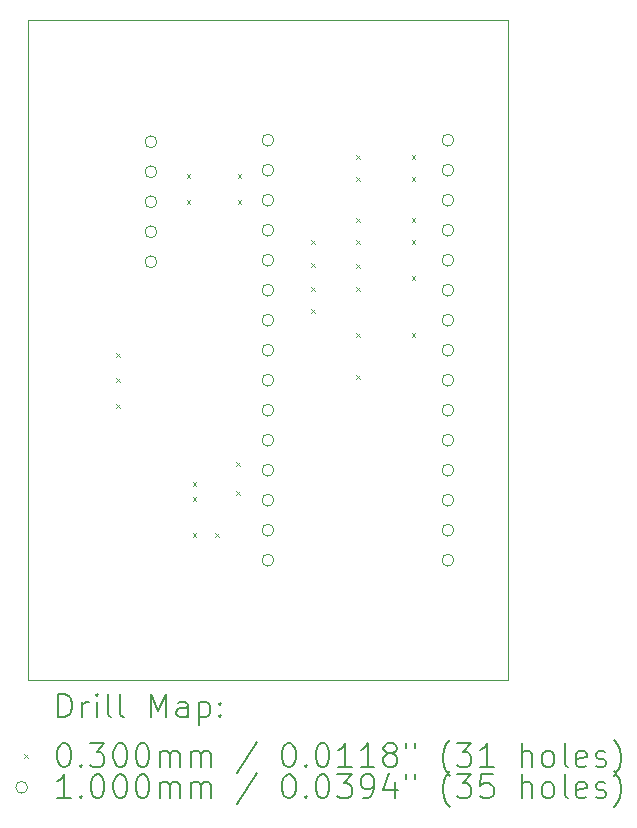
<source format=gbr>
%TF.GenerationSoftware,KiCad,Pcbnew,7.0.11+dfsg-1build4*%
%TF.CreationDate,2024-05-09T18:47:19+10:00*%
%TF.ProjectId,NoBootLoadFlasher,4e6f426f-6f74-44c6-9f61-64466c617368,rev?*%
%TF.SameCoordinates,Original*%
%TF.FileFunction,Drillmap*%
%TF.FilePolarity,Positive*%
%FSLAX45Y45*%
G04 Gerber Fmt 4.5, Leading zero omitted, Abs format (unit mm)*
G04 Created by KiCad (PCBNEW 7.0.11+dfsg-1build4) date 2024-05-09 18:47:19*
%MOMM*%
%LPD*%
G01*
G04 APERTURE LIST*
%ADD10C,0.050000*%
%ADD11C,0.200000*%
%ADD12C,0.100000*%
G04 APERTURE END LIST*
D10*
X7620000Y-7112000D02*
X11176000Y-7112000D01*
X7112000Y-12700000D02*
X7112000Y-7112000D01*
X7112000Y-7112000D02*
X7620000Y-7112000D01*
X11176000Y-7112000D02*
X11176000Y-12700000D01*
X11176000Y-12700000D02*
X7112000Y-12700000D01*
D11*
D12*
X7859000Y-9929100D02*
X7889000Y-9959100D01*
X7889000Y-9929100D02*
X7859000Y-9959100D01*
X7859000Y-10145000D02*
X7889000Y-10175000D01*
X7889000Y-10145000D02*
X7859000Y-10175000D01*
X7859000Y-10360900D02*
X7889000Y-10390900D01*
X7889000Y-10360900D02*
X7859000Y-10390900D01*
X8455900Y-8417800D02*
X8485900Y-8447800D01*
X8485900Y-8417800D02*
X8455900Y-8447800D01*
X8455900Y-8633700D02*
X8485900Y-8663700D01*
X8485900Y-8633700D02*
X8455900Y-8663700D01*
X8506700Y-11021300D02*
X8536700Y-11051300D01*
X8536700Y-11021300D02*
X8506700Y-11051300D01*
X8506700Y-11148300D02*
X8536700Y-11178300D01*
X8536700Y-11148300D02*
X8506700Y-11178300D01*
X8506700Y-11453100D02*
X8536700Y-11483100D01*
X8536700Y-11453100D02*
X8506700Y-11483100D01*
X8697200Y-11453100D02*
X8727200Y-11483100D01*
X8727200Y-11453100D02*
X8697200Y-11483100D01*
X8875000Y-10856200D02*
X8905000Y-10886200D01*
X8905000Y-10856200D02*
X8875000Y-10886200D01*
X8875000Y-11097500D02*
X8905000Y-11127500D01*
X8905000Y-11097500D02*
X8875000Y-11127500D01*
X8887700Y-8417800D02*
X8917700Y-8447800D01*
X8917700Y-8417800D02*
X8887700Y-8447800D01*
X8887700Y-8633700D02*
X8917700Y-8663700D01*
X8917700Y-8633700D02*
X8887700Y-8663700D01*
X9510000Y-8976600D02*
X9540000Y-9006600D01*
X9540000Y-8976600D02*
X9510000Y-9006600D01*
X9510000Y-9167100D02*
X9540000Y-9197100D01*
X9540000Y-9167100D02*
X9510000Y-9197100D01*
X9510000Y-9370300D02*
X9540000Y-9400300D01*
X9540000Y-9370300D02*
X9510000Y-9400300D01*
X9510000Y-9560800D02*
X9540000Y-9590800D01*
X9540000Y-9560800D02*
X9510000Y-9590800D01*
X9891000Y-8252700D02*
X9921000Y-8282700D01*
X9921000Y-8252700D02*
X9891000Y-8282700D01*
X9891000Y-8443200D02*
X9921000Y-8473200D01*
X9921000Y-8443200D02*
X9891000Y-8473200D01*
X9891000Y-8786100D02*
X9921000Y-8816100D01*
X9921000Y-8786100D02*
X9891000Y-8816100D01*
X9891000Y-8976600D02*
X9921000Y-9006600D01*
X9921000Y-8976600D02*
X9891000Y-9006600D01*
X9891000Y-9179800D02*
X9921000Y-9209800D01*
X9921000Y-9179800D02*
X9891000Y-9209800D01*
X9891000Y-9370300D02*
X9921000Y-9400300D01*
X9921000Y-9370300D02*
X9891000Y-9400300D01*
X9891000Y-10119600D02*
X9921000Y-10149600D01*
X9921000Y-10119600D02*
X9891000Y-10149600D01*
X9892000Y-9764000D02*
X9922000Y-9794000D01*
X9922000Y-9764000D02*
X9892000Y-9794000D01*
X10360900Y-8252700D02*
X10390900Y-8282700D01*
X10390900Y-8252700D02*
X10360900Y-8282700D01*
X10360900Y-8443200D02*
X10390900Y-8473200D01*
X10390900Y-8443200D02*
X10360900Y-8473200D01*
X10360900Y-8786100D02*
X10390900Y-8816100D01*
X10390900Y-8786100D02*
X10360900Y-8816100D01*
X10360900Y-8976600D02*
X10390900Y-9006600D01*
X10390900Y-8976600D02*
X10360900Y-9006600D01*
X10360900Y-9281400D02*
X10390900Y-9311400D01*
X10390900Y-9281400D02*
X10360900Y-9311400D01*
X10360900Y-9764000D02*
X10390900Y-9794000D01*
X10390900Y-9764000D02*
X10360900Y-9794000D01*
X8203400Y-8140700D02*
G75*
G03*
X8103400Y-8140700I-50000J0D01*
G01*
X8103400Y-8140700D02*
G75*
G03*
X8203400Y-8140700I50000J0D01*
G01*
X8203400Y-8394700D02*
G75*
G03*
X8103400Y-8394700I-50000J0D01*
G01*
X8103400Y-8394700D02*
G75*
G03*
X8203400Y-8394700I50000J0D01*
G01*
X8203400Y-8648700D02*
G75*
G03*
X8103400Y-8648700I-50000J0D01*
G01*
X8103400Y-8648700D02*
G75*
G03*
X8203400Y-8648700I50000J0D01*
G01*
X8203400Y-8902700D02*
G75*
G03*
X8103400Y-8902700I-50000J0D01*
G01*
X8103400Y-8902700D02*
G75*
G03*
X8203400Y-8902700I50000J0D01*
G01*
X8203400Y-9156700D02*
G75*
G03*
X8103400Y-9156700I-50000J0D01*
G01*
X8103400Y-9156700D02*
G75*
G03*
X8203400Y-9156700I50000J0D01*
G01*
X9194000Y-8128000D02*
G75*
G03*
X9094000Y-8128000I-50000J0D01*
G01*
X9094000Y-8128000D02*
G75*
G03*
X9194000Y-8128000I50000J0D01*
G01*
X9194000Y-8382000D02*
G75*
G03*
X9094000Y-8382000I-50000J0D01*
G01*
X9094000Y-8382000D02*
G75*
G03*
X9194000Y-8382000I50000J0D01*
G01*
X9194000Y-8636000D02*
G75*
G03*
X9094000Y-8636000I-50000J0D01*
G01*
X9094000Y-8636000D02*
G75*
G03*
X9194000Y-8636000I50000J0D01*
G01*
X9194000Y-8890000D02*
G75*
G03*
X9094000Y-8890000I-50000J0D01*
G01*
X9094000Y-8890000D02*
G75*
G03*
X9194000Y-8890000I50000J0D01*
G01*
X9194000Y-9144000D02*
G75*
G03*
X9094000Y-9144000I-50000J0D01*
G01*
X9094000Y-9144000D02*
G75*
G03*
X9194000Y-9144000I50000J0D01*
G01*
X9194000Y-9398000D02*
G75*
G03*
X9094000Y-9398000I-50000J0D01*
G01*
X9094000Y-9398000D02*
G75*
G03*
X9194000Y-9398000I50000J0D01*
G01*
X9194000Y-9652000D02*
G75*
G03*
X9094000Y-9652000I-50000J0D01*
G01*
X9094000Y-9652000D02*
G75*
G03*
X9194000Y-9652000I50000J0D01*
G01*
X9194000Y-9906000D02*
G75*
G03*
X9094000Y-9906000I-50000J0D01*
G01*
X9094000Y-9906000D02*
G75*
G03*
X9194000Y-9906000I50000J0D01*
G01*
X9194000Y-10160000D02*
G75*
G03*
X9094000Y-10160000I-50000J0D01*
G01*
X9094000Y-10160000D02*
G75*
G03*
X9194000Y-10160000I50000J0D01*
G01*
X9194000Y-10414000D02*
G75*
G03*
X9094000Y-10414000I-50000J0D01*
G01*
X9094000Y-10414000D02*
G75*
G03*
X9194000Y-10414000I50000J0D01*
G01*
X9194000Y-10668000D02*
G75*
G03*
X9094000Y-10668000I-50000J0D01*
G01*
X9094000Y-10668000D02*
G75*
G03*
X9194000Y-10668000I50000J0D01*
G01*
X9194000Y-10922000D02*
G75*
G03*
X9094000Y-10922000I-50000J0D01*
G01*
X9094000Y-10922000D02*
G75*
G03*
X9194000Y-10922000I50000J0D01*
G01*
X9194000Y-11176000D02*
G75*
G03*
X9094000Y-11176000I-50000J0D01*
G01*
X9094000Y-11176000D02*
G75*
G03*
X9194000Y-11176000I50000J0D01*
G01*
X9194000Y-11430000D02*
G75*
G03*
X9094000Y-11430000I-50000J0D01*
G01*
X9094000Y-11430000D02*
G75*
G03*
X9194000Y-11430000I50000J0D01*
G01*
X9194000Y-11684000D02*
G75*
G03*
X9094000Y-11684000I-50000J0D01*
G01*
X9094000Y-11684000D02*
G75*
G03*
X9194000Y-11684000I50000J0D01*
G01*
X10718000Y-8128000D02*
G75*
G03*
X10618000Y-8128000I-50000J0D01*
G01*
X10618000Y-8128000D02*
G75*
G03*
X10718000Y-8128000I50000J0D01*
G01*
X10718000Y-8382000D02*
G75*
G03*
X10618000Y-8382000I-50000J0D01*
G01*
X10618000Y-8382000D02*
G75*
G03*
X10718000Y-8382000I50000J0D01*
G01*
X10718000Y-8636000D02*
G75*
G03*
X10618000Y-8636000I-50000J0D01*
G01*
X10618000Y-8636000D02*
G75*
G03*
X10718000Y-8636000I50000J0D01*
G01*
X10718000Y-8890000D02*
G75*
G03*
X10618000Y-8890000I-50000J0D01*
G01*
X10618000Y-8890000D02*
G75*
G03*
X10718000Y-8890000I50000J0D01*
G01*
X10718000Y-9144000D02*
G75*
G03*
X10618000Y-9144000I-50000J0D01*
G01*
X10618000Y-9144000D02*
G75*
G03*
X10718000Y-9144000I50000J0D01*
G01*
X10718000Y-9398000D02*
G75*
G03*
X10618000Y-9398000I-50000J0D01*
G01*
X10618000Y-9398000D02*
G75*
G03*
X10718000Y-9398000I50000J0D01*
G01*
X10718000Y-9652000D02*
G75*
G03*
X10618000Y-9652000I-50000J0D01*
G01*
X10618000Y-9652000D02*
G75*
G03*
X10718000Y-9652000I50000J0D01*
G01*
X10718000Y-9906000D02*
G75*
G03*
X10618000Y-9906000I-50000J0D01*
G01*
X10618000Y-9906000D02*
G75*
G03*
X10718000Y-9906000I50000J0D01*
G01*
X10718000Y-10160000D02*
G75*
G03*
X10618000Y-10160000I-50000J0D01*
G01*
X10618000Y-10160000D02*
G75*
G03*
X10718000Y-10160000I50000J0D01*
G01*
X10718000Y-10414000D02*
G75*
G03*
X10618000Y-10414000I-50000J0D01*
G01*
X10618000Y-10414000D02*
G75*
G03*
X10718000Y-10414000I50000J0D01*
G01*
X10718000Y-10668000D02*
G75*
G03*
X10618000Y-10668000I-50000J0D01*
G01*
X10618000Y-10668000D02*
G75*
G03*
X10718000Y-10668000I50000J0D01*
G01*
X10718000Y-10922000D02*
G75*
G03*
X10618000Y-10922000I-50000J0D01*
G01*
X10618000Y-10922000D02*
G75*
G03*
X10718000Y-10922000I50000J0D01*
G01*
X10718000Y-11176000D02*
G75*
G03*
X10618000Y-11176000I-50000J0D01*
G01*
X10618000Y-11176000D02*
G75*
G03*
X10718000Y-11176000I50000J0D01*
G01*
X10718000Y-11430000D02*
G75*
G03*
X10618000Y-11430000I-50000J0D01*
G01*
X10618000Y-11430000D02*
G75*
G03*
X10718000Y-11430000I50000J0D01*
G01*
X10718000Y-11684000D02*
G75*
G03*
X10618000Y-11684000I-50000J0D01*
G01*
X10618000Y-11684000D02*
G75*
G03*
X10718000Y-11684000I50000J0D01*
G01*
D11*
X7370277Y-13013984D02*
X7370277Y-12813984D01*
X7370277Y-12813984D02*
X7417896Y-12813984D01*
X7417896Y-12813984D02*
X7446467Y-12823508D01*
X7446467Y-12823508D02*
X7465515Y-12842555D01*
X7465515Y-12842555D02*
X7475039Y-12861603D01*
X7475039Y-12861603D02*
X7484562Y-12899698D01*
X7484562Y-12899698D02*
X7484562Y-12928269D01*
X7484562Y-12928269D02*
X7475039Y-12966365D01*
X7475039Y-12966365D02*
X7465515Y-12985412D01*
X7465515Y-12985412D02*
X7446467Y-13004460D01*
X7446467Y-13004460D02*
X7417896Y-13013984D01*
X7417896Y-13013984D02*
X7370277Y-13013984D01*
X7570277Y-13013984D02*
X7570277Y-12880650D01*
X7570277Y-12918746D02*
X7579801Y-12899698D01*
X7579801Y-12899698D02*
X7589324Y-12890174D01*
X7589324Y-12890174D02*
X7608372Y-12880650D01*
X7608372Y-12880650D02*
X7627420Y-12880650D01*
X7694086Y-13013984D02*
X7694086Y-12880650D01*
X7694086Y-12813984D02*
X7684562Y-12823508D01*
X7684562Y-12823508D02*
X7694086Y-12833031D01*
X7694086Y-12833031D02*
X7703610Y-12823508D01*
X7703610Y-12823508D02*
X7694086Y-12813984D01*
X7694086Y-12813984D02*
X7694086Y-12833031D01*
X7817896Y-13013984D02*
X7798848Y-13004460D01*
X7798848Y-13004460D02*
X7789324Y-12985412D01*
X7789324Y-12985412D02*
X7789324Y-12813984D01*
X7922658Y-13013984D02*
X7903610Y-13004460D01*
X7903610Y-13004460D02*
X7894086Y-12985412D01*
X7894086Y-12985412D02*
X7894086Y-12813984D01*
X8151229Y-13013984D02*
X8151229Y-12813984D01*
X8151229Y-12813984D02*
X8217896Y-12956841D01*
X8217896Y-12956841D02*
X8284562Y-12813984D01*
X8284562Y-12813984D02*
X8284562Y-13013984D01*
X8465515Y-13013984D02*
X8465515Y-12909222D01*
X8465515Y-12909222D02*
X8455991Y-12890174D01*
X8455991Y-12890174D02*
X8436944Y-12880650D01*
X8436944Y-12880650D02*
X8398848Y-12880650D01*
X8398848Y-12880650D02*
X8379801Y-12890174D01*
X8465515Y-13004460D02*
X8446467Y-13013984D01*
X8446467Y-13013984D02*
X8398848Y-13013984D01*
X8398848Y-13013984D02*
X8379801Y-13004460D01*
X8379801Y-13004460D02*
X8370277Y-12985412D01*
X8370277Y-12985412D02*
X8370277Y-12966365D01*
X8370277Y-12966365D02*
X8379801Y-12947317D01*
X8379801Y-12947317D02*
X8398848Y-12937793D01*
X8398848Y-12937793D02*
X8446467Y-12937793D01*
X8446467Y-12937793D02*
X8465515Y-12928269D01*
X8560753Y-12880650D02*
X8560753Y-13080650D01*
X8560753Y-12890174D02*
X8579801Y-12880650D01*
X8579801Y-12880650D02*
X8617896Y-12880650D01*
X8617896Y-12880650D02*
X8636944Y-12890174D01*
X8636944Y-12890174D02*
X8646467Y-12899698D01*
X8646467Y-12899698D02*
X8655991Y-12918746D01*
X8655991Y-12918746D02*
X8655991Y-12975888D01*
X8655991Y-12975888D02*
X8646467Y-12994936D01*
X8646467Y-12994936D02*
X8636944Y-13004460D01*
X8636944Y-13004460D02*
X8617896Y-13013984D01*
X8617896Y-13013984D02*
X8579801Y-13013984D01*
X8579801Y-13013984D02*
X8560753Y-13004460D01*
X8741705Y-12994936D02*
X8751229Y-13004460D01*
X8751229Y-13004460D02*
X8741705Y-13013984D01*
X8741705Y-13013984D02*
X8732182Y-13004460D01*
X8732182Y-13004460D02*
X8741705Y-12994936D01*
X8741705Y-12994936D02*
X8741705Y-13013984D01*
X8741705Y-12890174D02*
X8751229Y-12899698D01*
X8751229Y-12899698D02*
X8741705Y-12909222D01*
X8741705Y-12909222D02*
X8732182Y-12899698D01*
X8732182Y-12899698D02*
X8741705Y-12890174D01*
X8741705Y-12890174D02*
X8741705Y-12909222D01*
D12*
X7079500Y-13327500D02*
X7109500Y-13357500D01*
X7109500Y-13327500D02*
X7079500Y-13357500D01*
D11*
X7408372Y-13233984D02*
X7427420Y-13233984D01*
X7427420Y-13233984D02*
X7446467Y-13243508D01*
X7446467Y-13243508D02*
X7455991Y-13253031D01*
X7455991Y-13253031D02*
X7465515Y-13272079D01*
X7465515Y-13272079D02*
X7475039Y-13310174D01*
X7475039Y-13310174D02*
X7475039Y-13357793D01*
X7475039Y-13357793D02*
X7465515Y-13395888D01*
X7465515Y-13395888D02*
X7455991Y-13414936D01*
X7455991Y-13414936D02*
X7446467Y-13424460D01*
X7446467Y-13424460D02*
X7427420Y-13433984D01*
X7427420Y-13433984D02*
X7408372Y-13433984D01*
X7408372Y-13433984D02*
X7389324Y-13424460D01*
X7389324Y-13424460D02*
X7379801Y-13414936D01*
X7379801Y-13414936D02*
X7370277Y-13395888D01*
X7370277Y-13395888D02*
X7360753Y-13357793D01*
X7360753Y-13357793D02*
X7360753Y-13310174D01*
X7360753Y-13310174D02*
X7370277Y-13272079D01*
X7370277Y-13272079D02*
X7379801Y-13253031D01*
X7379801Y-13253031D02*
X7389324Y-13243508D01*
X7389324Y-13243508D02*
X7408372Y-13233984D01*
X7560753Y-13414936D02*
X7570277Y-13424460D01*
X7570277Y-13424460D02*
X7560753Y-13433984D01*
X7560753Y-13433984D02*
X7551229Y-13424460D01*
X7551229Y-13424460D02*
X7560753Y-13414936D01*
X7560753Y-13414936D02*
X7560753Y-13433984D01*
X7636943Y-13233984D02*
X7760753Y-13233984D01*
X7760753Y-13233984D02*
X7694086Y-13310174D01*
X7694086Y-13310174D02*
X7722658Y-13310174D01*
X7722658Y-13310174D02*
X7741705Y-13319698D01*
X7741705Y-13319698D02*
X7751229Y-13329222D01*
X7751229Y-13329222D02*
X7760753Y-13348269D01*
X7760753Y-13348269D02*
X7760753Y-13395888D01*
X7760753Y-13395888D02*
X7751229Y-13414936D01*
X7751229Y-13414936D02*
X7741705Y-13424460D01*
X7741705Y-13424460D02*
X7722658Y-13433984D01*
X7722658Y-13433984D02*
X7665515Y-13433984D01*
X7665515Y-13433984D02*
X7646467Y-13424460D01*
X7646467Y-13424460D02*
X7636943Y-13414936D01*
X7884562Y-13233984D02*
X7903610Y-13233984D01*
X7903610Y-13233984D02*
X7922658Y-13243508D01*
X7922658Y-13243508D02*
X7932182Y-13253031D01*
X7932182Y-13253031D02*
X7941705Y-13272079D01*
X7941705Y-13272079D02*
X7951229Y-13310174D01*
X7951229Y-13310174D02*
X7951229Y-13357793D01*
X7951229Y-13357793D02*
X7941705Y-13395888D01*
X7941705Y-13395888D02*
X7932182Y-13414936D01*
X7932182Y-13414936D02*
X7922658Y-13424460D01*
X7922658Y-13424460D02*
X7903610Y-13433984D01*
X7903610Y-13433984D02*
X7884562Y-13433984D01*
X7884562Y-13433984D02*
X7865515Y-13424460D01*
X7865515Y-13424460D02*
X7855991Y-13414936D01*
X7855991Y-13414936D02*
X7846467Y-13395888D01*
X7846467Y-13395888D02*
X7836943Y-13357793D01*
X7836943Y-13357793D02*
X7836943Y-13310174D01*
X7836943Y-13310174D02*
X7846467Y-13272079D01*
X7846467Y-13272079D02*
X7855991Y-13253031D01*
X7855991Y-13253031D02*
X7865515Y-13243508D01*
X7865515Y-13243508D02*
X7884562Y-13233984D01*
X8075039Y-13233984D02*
X8094086Y-13233984D01*
X8094086Y-13233984D02*
X8113134Y-13243508D01*
X8113134Y-13243508D02*
X8122658Y-13253031D01*
X8122658Y-13253031D02*
X8132182Y-13272079D01*
X8132182Y-13272079D02*
X8141705Y-13310174D01*
X8141705Y-13310174D02*
X8141705Y-13357793D01*
X8141705Y-13357793D02*
X8132182Y-13395888D01*
X8132182Y-13395888D02*
X8122658Y-13414936D01*
X8122658Y-13414936D02*
X8113134Y-13424460D01*
X8113134Y-13424460D02*
X8094086Y-13433984D01*
X8094086Y-13433984D02*
X8075039Y-13433984D01*
X8075039Y-13433984D02*
X8055991Y-13424460D01*
X8055991Y-13424460D02*
X8046467Y-13414936D01*
X8046467Y-13414936D02*
X8036943Y-13395888D01*
X8036943Y-13395888D02*
X8027420Y-13357793D01*
X8027420Y-13357793D02*
X8027420Y-13310174D01*
X8027420Y-13310174D02*
X8036943Y-13272079D01*
X8036943Y-13272079D02*
X8046467Y-13253031D01*
X8046467Y-13253031D02*
X8055991Y-13243508D01*
X8055991Y-13243508D02*
X8075039Y-13233984D01*
X8227420Y-13433984D02*
X8227420Y-13300650D01*
X8227420Y-13319698D02*
X8236943Y-13310174D01*
X8236943Y-13310174D02*
X8255991Y-13300650D01*
X8255991Y-13300650D02*
X8284563Y-13300650D01*
X8284563Y-13300650D02*
X8303610Y-13310174D01*
X8303610Y-13310174D02*
X8313134Y-13329222D01*
X8313134Y-13329222D02*
X8313134Y-13433984D01*
X8313134Y-13329222D02*
X8322658Y-13310174D01*
X8322658Y-13310174D02*
X8341705Y-13300650D01*
X8341705Y-13300650D02*
X8370277Y-13300650D01*
X8370277Y-13300650D02*
X8389325Y-13310174D01*
X8389325Y-13310174D02*
X8398848Y-13329222D01*
X8398848Y-13329222D02*
X8398848Y-13433984D01*
X8494086Y-13433984D02*
X8494086Y-13300650D01*
X8494086Y-13319698D02*
X8503610Y-13310174D01*
X8503610Y-13310174D02*
X8522658Y-13300650D01*
X8522658Y-13300650D02*
X8551229Y-13300650D01*
X8551229Y-13300650D02*
X8570277Y-13310174D01*
X8570277Y-13310174D02*
X8579801Y-13329222D01*
X8579801Y-13329222D02*
X8579801Y-13433984D01*
X8579801Y-13329222D02*
X8589325Y-13310174D01*
X8589325Y-13310174D02*
X8608372Y-13300650D01*
X8608372Y-13300650D02*
X8636944Y-13300650D01*
X8636944Y-13300650D02*
X8655991Y-13310174D01*
X8655991Y-13310174D02*
X8665515Y-13329222D01*
X8665515Y-13329222D02*
X8665515Y-13433984D01*
X9055991Y-13224460D02*
X8884563Y-13481603D01*
X9313134Y-13233984D02*
X9332182Y-13233984D01*
X9332182Y-13233984D02*
X9351229Y-13243508D01*
X9351229Y-13243508D02*
X9360753Y-13253031D01*
X9360753Y-13253031D02*
X9370277Y-13272079D01*
X9370277Y-13272079D02*
X9379801Y-13310174D01*
X9379801Y-13310174D02*
X9379801Y-13357793D01*
X9379801Y-13357793D02*
X9370277Y-13395888D01*
X9370277Y-13395888D02*
X9360753Y-13414936D01*
X9360753Y-13414936D02*
X9351229Y-13424460D01*
X9351229Y-13424460D02*
X9332182Y-13433984D01*
X9332182Y-13433984D02*
X9313134Y-13433984D01*
X9313134Y-13433984D02*
X9294087Y-13424460D01*
X9294087Y-13424460D02*
X9284563Y-13414936D01*
X9284563Y-13414936D02*
X9275039Y-13395888D01*
X9275039Y-13395888D02*
X9265515Y-13357793D01*
X9265515Y-13357793D02*
X9265515Y-13310174D01*
X9265515Y-13310174D02*
X9275039Y-13272079D01*
X9275039Y-13272079D02*
X9284563Y-13253031D01*
X9284563Y-13253031D02*
X9294087Y-13243508D01*
X9294087Y-13243508D02*
X9313134Y-13233984D01*
X9465515Y-13414936D02*
X9475039Y-13424460D01*
X9475039Y-13424460D02*
X9465515Y-13433984D01*
X9465515Y-13433984D02*
X9455991Y-13424460D01*
X9455991Y-13424460D02*
X9465515Y-13414936D01*
X9465515Y-13414936D02*
X9465515Y-13433984D01*
X9598848Y-13233984D02*
X9617896Y-13233984D01*
X9617896Y-13233984D02*
X9636944Y-13243508D01*
X9636944Y-13243508D02*
X9646468Y-13253031D01*
X9646468Y-13253031D02*
X9655991Y-13272079D01*
X9655991Y-13272079D02*
X9665515Y-13310174D01*
X9665515Y-13310174D02*
X9665515Y-13357793D01*
X9665515Y-13357793D02*
X9655991Y-13395888D01*
X9655991Y-13395888D02*
X9646468Y-13414936D01*
X9646468Y-13414936D02*
X9636944Y-13424460D01*
X9636944Y-13424460D02*
X9617896Y-13433984D01*
X9617896Y-13433984D02*
X9598848Y-13433984D01*
X9598848Y-13433984D02*
X9579801Y-13424460D01*
X9579801Y-13424460D02*
X9570277Y-13414936D01*
X9570277Y-13414936D02*
X9560753Y-13395888D01*
X9560753Y-13395888D02*
X9551229Y-13357793D01*
X9551229Y-13357793D02*
X9551229Y-13310174D01*
X9551229Y-13310174D02*
X9560753Y-13272079D01*
X9560753Y-13272079D02*
X9570277Y-13253031D01*
X9570277Y-13253031D02*
X9579801Y-13243508D01*
X9579801Y-13243508D02*
X9598848Y-13233984D01*
X9855991Y-13433984D02*
X9741706Y-13433984D01*
X9798848Y-13433984D02*
X9798848Y-13233984D01*
X9798848Y-13233984D02*
X9779801Y-13262555D01*
X9779801Y-13262555D02*
X9760753Y-13281603D01*
X9760753Y-13281603D02*
X9741706Y-13291127D01*
X10046468Y-13433984D02*
X9932182Y-13433984D01*
X9989325Y-13433984D02*
X9989325Y-13233984D01*
X9989325Y-13233984D02*
X9970277Y-13262555D01*
X9970277Y-13262555D02*
X9951229Y-13281603D01*
X9951229Y-13281603D02*
X9932182Y-13291127D01*
X10160753Y-13319698D02*
X10141706Y-13310174D01*
X10141706Y-13310174D02*
X10132182Y-13300650D01*
X10132182Y-13300650D02*
X10122658Y-13281603D01*
X10122658Y-13281603D02*
X10122658Y-13272079D01*
X10122658Y-13272079D02*
X10132182Y-13253031D01*
X10132182Y-13253031D02*
X10141706Y-13243508D01*
X10141706Y-13243508D02*
X10160753Y-13233984D01*
X10160753Y-13233984D02*
X10198849Y-13233984D01*
X10198849Y-13233984D02*
X10217896Y-13243508D01*
X10217896Y-13243508D02*
X10227420Y-13253031D01*
X10227420Y-13253031D02*
X10236944Y-13272079D01*
X10236944Y-13272079D02*
X10236944Y-13281603D01*
X10236944Y-13281603D02*
X10227420Y-13300650D01*
X10227420Y-13300650D02*
X10217896Y-13310174D01*
X10217896Y-13310174D02*
X10198849Y-13319698D01*
X10198849Y-13319698D02*
X10160753Y-13319698D01*
X10160753Y-13319698D02*
X10141706Y-13329222D01*
X10141706Y-13329222D02*
X10132182Y-13338746D01*
X10132182Y-13338746D02*
X10122658Y-13357793D01*
X10122658Y-13357793D02*
X10122658Y-13395888D01*
X10122658Y-13395888D02*
X10132182Y-13414936D01*
X10132182Y-13414936D02*
X10141706Y-13424460D01*
X10141706Y-13424460D02*
X10160753Y-13433984D01*
X10160753Y-13433984D02*
X10198849Y-13433984D01*
X10198849Y-13433984D02*
X10217896Y-13424460D01*
X10217896Y-13424460D02*
X10227420Y-13414936D01*
X10227420Y-13414936D02*
X10236944Y-13395888D01*
X10236944Y-13395888D02*
X10236944Y-13357793D01*
X10236944Y-13357793D02*
X10227420Y-13338746D01*
X10227420Y-13338746D02*
X10217896Y-13329222D01*
X10217896Y-13329222D02*
X10198849Y-13319698D01*
X10313134Y-13233984D02*
X10313134Y-13272079D01*
X10389325Y-13233984D02*
X10389325Y-13272079D01*
X10684563Y-13510174D02*
X10675039Y-13500650D01*
X10675039Y-13500650D02*
X10655991Y-13472079D01*
X10655991Y-13472079D02*
X10646468Y-13453031D01*
X10646468Y-13453031D02*
X10636944Y-13424460D01*
X10636944Y-13424460D02*
X10627420Y-13376841D01*
X10627420Y-13376841D02*
X10627420Y-13338746D01*
X10627420Y-13338746D02*
X10636944Y-13291127D01*
X10636944Y-13291127D02*
X10646468Y-13262555D01*
X10646468Y-13262555D02*
X10655991Y-13243508D01*
X10655991Y-13243508D02*
X10675039Y-13214936D01*
X10675039Y-13214936D02*
X10684563Y-13205412D01*
X10741706Y-13233984D02*
X10865515Y-13233984D01*
X10865515Y-13233984D02*
X10798849Y-13310174D01*
X10798849Y-13310174D02*
X10827420Y-13310174D01*
X10827420Y-13310174D02*
X10846468Y-13319698D01*
X10846468Y-13319698D02*
X10855991Y-13329222D01*
X10855991Y-13329222D02*
X10865515Y-13348269D01*
X10865515Y-13348269D02*
X10865515Y-13395888D01*
X10865515Y-13395888D02*
X10855991Y-13414936D01*
X10855991Y-13414936D02*
X10846468Y-13424460D01*
X10846468Y-13424460D02*
X10827420Y-13433984D01*
X10827420Y-13433984D02*
X10770277Y-13433984D01*
X10770277Y-13433984D02*
X10751230Y-13424460D01*
X10751230Y-13424460D02*
X10741706Y-13414936D01*
X11055991Y-13433984D02*
X10941706Y-13433984D01*
X10998849Y-13433984D02*
X10998849Y-13233984D01*
X10998849Y-13233984D02*
X10979801Y-13262555D01*
X10979801Y-13262555D02*
X10960753Y-13281603D01*
X10960753Y-13281603D02*
X10941706Y-13291127D01*
X11294087Y-13433984D02*
X11294087Y-13233984D01*
X11379801Y-13433984D02*
X11379801Y-13329222D01*
X11379801Y-13329222D02*
X11370277Y-13310174D01*
X11370277Y-13310174D02*
X11351230Y-13300650D01*
X11351230Y-13300650D02*
X11322658Y-13300650D01*
X11322658Y-13300650D02*
X11303610Y-13310174D01*
X11303610Y-13310174D02*
X11294087Y-13319698D01*
X11503610Y-13433984D02*
X11484563Y-13424460D01*
X11484563Y-13424460D02*
X11475039Y-13414936D01*
X11475039Y-13414936D02*
X11465515Y-13395888D01*
X11465515Y-13395888D02*
X11465515Y-13338746D01*
X11465515Y-13338746D02*
X11475039Y-13319698D01*
X11475039Y-13319698D02*
X11484563Y-13310174D01*
X11484563Y-13310174D02*
X11503610Y-13300650D01*
X11503610Y-13300650D02*
X11532182Y-13300650D01*
X11532182Y-13300650D02*
X11551230Y-13310174D01*
X11551230Y-13310174D02*
X11560753Y-13319698D01*
X11560753Y-13319698D02*
X11570277Y-13338746D01*
X11570277Y-13338746D02*
X11570277Y-13395888D01*
X11570277Y-13395888D02*
X11560753Y-13414936D01*
X11560753Y-13414936D02*
X11551230Y-13424460D01*
X11551230Y-13424460D02*
X11532182Y-13433984D01*
X11532182Y-13433984D02*
X11503610Y-13433984D01*
X11684563Y-13433984D02*
X11665515Y-13424460D01*
X11665515Y-13424460D02*
X11655991Y-13405412D01*
X11655991Y-13405412D02*
X11655991Y-13233984D01*
X11836944Y-13424460D02*
X11817896Y-13433984D01*
X11817896Y-13433984D02*
X11779801Y-13433984D01*
X11779801Y-13433984D02*
X11760753Y-13424460D01*
X11760753Y-13424460D02*
X11751230Y-13405412D01*
X11751230Y-13405412D02*
X11751230Y-13329222D01*
X11751230Y-13329222D02*
X11760753Y-13310174D01*
X11760753Y-13310174D02*
X11779801Y-13300650D01*
X11779801Y-13300650D02*
X11817896Y-13300650D01*
X11817896Y-13300650D02*
X11836944Y-13310174D01*
X11836944Y-13310174D02*
X11846468Y-13329222D01*
X11846468Y-13329222D02*
X11846468Y-13348269D01*
X11846468Y-13348269D02*
X11751230Y-13367317D01*
X11922658Y-13424460D02*
X11941706Y-13433984D01*
X11941706Y-13433984D02*
X11979801Y-13433984D01*
X11979801Y-13433984D02*
X11998849Y-13424460D01*
X11998849Y-13424460D02*
X12008372Y-13405412D01*
X12008372Y-13405412D02*
X12008372Y-13395888D01*
X12008372Y-13395888D02*
X11998849Y-13376841D01*
X11998849Y-13376841D02*
X11979801Y-13367317D01*
X11979801Y-13367317D02*
X11951230Y-13367317D01*
X11951230Y-13367317D02*
X11932182Y-13357793D01*
X11932182Y-13357793D02*
X11922658Y-13338746D01*
X11922658Y-13338746D02*
X11922658Y-13329222D01*
X11922658Y-13329222D02*
X11932182Y-13310174D01*
X11932182Y-13310174D02*
X11951230Y-13300650D01*
X11951230Y-13300650D02*
X11979801Y-13300650D01*
X11979801Y-13300650D02*
X11998849Y-13310174D01*
X12075039Y-13510174D02*
X12084563Y-13500650D01*
X12084563Y-13500650D02*
X12103611Y-13472079D01*
X12103611Y-13472079D02*
X12113134Y-13453031D01*
X12113134Y-13453031D02*
X12122658Y-13424460D01*
X12122658Y-13424460D02*
X12132182Y-13376841D01*
X12132182Y-13376841D02*
X12132182Y-13338746D01*
X12132182Y-13338746D02*
X12122658Y-13291127D01*
X12122658Y-13291127D02*
X12113134Y-13262555D01*
X12113134Y-13262555D02*
X12103611Y-13243508D01*
X12103611Y-13243508D02*
X12084563Y-13214936D01*
X12084563Y-13214936D02*
X12075039Y-13205412D01*
D12*
X7109500Y-13606500D02*
G75*
G03*
X7009500Y-13606500I-50000J0D01*
G01*
X7009500Y-13606500D02*
G75*
G03*
X7109500Y-13606500I50000J0D01*
G01*
D11*
X7475039Y-13697984D02*
X7360753Y-13697984D01*
X7417896Y-13697984D02*
X7417896Y-13497984D01*
X7417896Y-13497984D02*
X7398848Y-13526555D01*
X7398848Y-13526555D02*
X7379801Y-13545603D01*
X7379801Y-13545603D02*
X7360753Y-13555127D01*
X7560753Y-13678936D02*
X7570277Y-13688460D01*
X7570277Y-13688460D02*
X7560753Y-13697984D01*
X7560753Y-13697984D02*
X7551229Y-13688460D01*
X7551229Y-13688460D02*
X7560753Y-13678936D01*
X7560753Y-13678936D02*
X7560753Y-13697984D01*
X7694086Y-13497984D02*
X7713134Y-13497984D01*
X7713134Y-13497984D02*
X7732182Y-13507508D01*
X7732182Y-13507508D02*
X7741705Y-13517031D01*
X7741705Y-13517031D02*
X7751229Y-13536079D01*
X7751229Y-13536079D02*
X7760753Y-13574174D01*
X7760753Y-13574174D02*
X7760753Y-13621793D01*
X7760753Y-13621793D02*
X7751229Y-13659888D01*
X7751229Y-13659888D02*
X7741705Y-13678936D01*
X7741705Y-13678936D02*
X7732182Y-13688460D01*
X7732182Y-13688460D02*
X7713134Y-13697984D01*
X7713134Y-13697984D02*
X7694086Y-13697984D01*
X7694086Y-13697984D02*
X7675039Y-13688460D01*
X7675039Y-13688460D02*
X7665515Y-13678936D01*
X7665515Y-13678936D02*
X7655991Y-13659888D01*
X7655991Y-13659888D02*
X7646467Y-13621793D01*
X7646467Y-13621793D02*
X7646467Y-13574174D01*
X7646467Y-13574174D02*
X7655991Y-13536079D01*
X7655991Y-13536079D02*
X7665515Y-13517031D01*
X7665515Y-13517031D02*
X7675039Y-13507508D01*
X7675039Y-13507508D02*
X7694086Y-13497984D01*
X7884562Y-13497984D02*
X7903610Y-13497984D01*
X7903610Y-13497984D02*
X7922658Y-13507508D01*
X7922658Y-13507508D02*
X7932182Y-13517031D01*
X7932182Y-13517031D02*
X7941705Y-13536079D01*
X7941705Y-13536079D02*
X7951229Y-13574174D01*
X7951229Y-13574174D02*
X7951229Y-13621793D01*
X7951229Y-13621793D02*
X7941705Y-13659888D01*
X7941705Y-13659888D02*
X7932182Y-13678936D01*
X7932182Y-13678936D02*
X7922658Y-13688460D01*
X7922658Y-13688460D02*
X7903610Y-13697984D01*
X7903610Y-13697984D02*
X7884562Y-13697984D01*
X7884562Y-13697984D02*
X7865515Y-13688460D01*
X7865515Y-13688460D02*
X7855991Y-13678936D01*
X7855991Y-13678936D02*
X7846467Y-13659888D01*
X7846467Y-13659888D02*
X7836943Y-13621793D01*
X7836943Y-13621793D02*
X7836943Y-13574174D01*
X7836943Y-13574174D02*
X7846467Y-13536079D01*
X7846467Y-13536079D02*
X7855991Y-13517031D01*
X7855991Y-13517031D02*
X7865515Y-13507508D01*
X7865515Y-13507508D02*
X7884562Y-13497984D01*
X8075039Y-13497984D02*
X8094086Y-13497984D01*
X8094086Y-13497984D02*
X8113134Y-13507508D01*
X8113134Y-13507508D02*
X8122658Y-13517031D01*
X8122658Y-13517031D02*
X8132182Y-13536079D01*
X8132182Y-13536079D02*
X8141705Y-13574174D01*
X8141705Y-13574174D02*
X8141705Y-13621793D01*
X8141705Y-13621793D02*
X8132182Y-13659888D01*
X8132182Y-13659888D02*
X8122658Y-13678936D01*
X8122658Y-13678936D02*
X8113134Y-13688460D01*
X8113134Y-13688460D02*
X8094086Y-13697984D01*
X8094086Y-13697984D02*
X8075039Y-13697984D01*
X8075039Y-13697984D02*
X8055991Y-13688460D01*
X8055991Y-13688460D02*
X8046467Y-13678936D01*
X8046467Y-13678936D02*
X8036943Y-13659888D01*
X8036943Y-13659888D02*
X8027420Y-13621793D01*
X8027420Y-13621793D02*
X8027420Y-13574174D01*
X8027420Y-13574174D02*
X8036943Y-13536079D01*
X8036943Y-13536079D02*
X8046467Y-13517031D01*
X8046467Y-13517031D02*
X8055991Y-13507508D01*
X8055991Y-13507508D02*
X8075039Y-13497984D01*
X8227420Y-13697984D02*
X8227420Y-13564650D01*
X8227420Y-13583698D02*
X8236943Y-13574174D01*
X8236943Y-13574174D02*
X8255991Y-13564650D01*
X8255991Y-13564650D02*
X8284563Y-13564650D01*
X8284563Y-13564650D02*
X8303610Y-13574174D01*
X8303610Y-13574174D02*
X8313134Y-13593222D01*
X8313134Y-13593222D02*
X8313134Y-13697984D01*
X8313134Y-13593222D02*
X8322658Y-13574174D01*
X8322658Y-13574174D02*
X8341705Y-13564650D01*
X8341705Y-13564650D02*
X8370277Y-13564650D01*
X8370277Y-13564650D02*
X8389325Y-13574174D01*
X8389325Y-13574174D02*
X8398848Y-13593222D01*
X8398848Y-13593222D02*
X8398848Y-13697984D01*
X8494086Y-13697984D02*
X8494086Y-13564650D01*
X8494086Y-13583698D02*
X8503610Y-13574174D01*
X8503610Y-13574174D02*
X8522658Y-13564650D01*
X8522658Y-13564650D02*
X8551229Y-13564650D01*
X8551229Y-13564650D02*
X8570277Y-13574174D01*
X8570277Y-13574174D02*
X8579801Y-13593222D01*
X8579801Y-13593222D02*
X8579801Y-13697984D01*
X8579801Y-13593222D02*
X8589325Y-13574174D01*
X8589325Y-13574174D02*
X8608372Y-13564650D01*
X8608372Y-13564650D02*
X8636944Y-13564650D01*
X8636944Y-13564650D02*
X8655991Y-13574174D01*
X8655991Y-13574174D02*
X8665515Y-13593222D01*
X8665515Y-13593222D02*
X8665515Y-13697984D01*
X9055991Y-13488460D02*
X8884563Y-13745603D01*
X9313134Y-13497984D02*
X9332182Y-13497984D01*
X9332182Y-13497984D02*
X9351229Y-13507508D01*
X9351229Y-13507508D02*
X9360753Y-13517031D01*
X9360753Y-13517031D02*
X9370277Y-13536079D01*
X9370277Y-13536079D02*
X9379801Y-13574174D01*
X9379801Y-13574174D02*
X9379801Y-13621793D01*
X9379801Y-13621793D02*
X9370277Y-13659888D01*
X9370277Y-13659888D02*
X9360753Y-13678936D01*
X9360753Y-13678936D02*
X9351229Y-13688460D01*
X9351229Y-13688460D02*
X9332182Y-13697984D01*
X9332182Y-13697984D02*
X9313134Y-13697984D01*
X9313134Y-13697984D02*
X9294087Y-13688460D01*
X9294087Y-13688460D02*
X9284563Y-13678936D01*
X9284563Y-13678936D02*
X9275039Y-13659888D01*
X9275039Y-13659888D02*
X9265515Y-13621793D01*
X9265515Y-13621793D02*
X9265515Y-13574174D01*
X9265515Y-13574174D02*
X9275039Y-13536079D01*
X9275039Y-13536079D02*
X9284563Y-13517031D01*
X9284563Y-13517031D02*
X9294087Y-13507508D01*
X9294087Y-13507508D02*
X9313134Y-13497984D01*
X9465515Y-13678936D02*
X9475039Y-13688460D01*
X9475039Y-13688460D02*
X9465515Y-13697984D01*
X9465515Y-13697984D02*
X9455991Y-13688460D01*
X9455991Y-13688460D02*
X9465515Y-13678936D01*
X9465515Y-13678936D02*
X9465515Y-13697984D01*
X9598848Y-13497984D02*
X9617896Y-13497984D01*
X9617896Y-13497984D02*
X9636944Y-13507508D01*
X9636944Y-13507508D02*
X9646468Y-13517031D01*
X9646468Y-13517031D02*
X9655991Y-13536079D01*
X9655991Y-13536079D02*
X9665515Y-13574174D01*
X9665515Y-13574174D02*
X9665515Y-13621793D01*
X9665515Y-13621793D02*
X9655991Y-13659888D01*
X9655991Y-13659888D02*
X9646468Y-13678936D01*
X9646468Y-13678936D02*
X9636944Y-13688460D01*
X9636944Y-13688460D02*
X9617896Y-13697984D01*
X9617896Y-13697984D02*
X9598848Y-13697984D01*
X9598848Y-13697984D02*
X9579801Y-13688460D01*
X9579801Y-13688460D02*
X9570277Y-13678936D01*
X9570277Y-13678936D02*
X9560753Y-13659888D01*
X9560753Y-13659888D02*
X9551229Y-13621793D01*
X9551229Y-13621793D02*
X9551229Y-13574174D01*
X9551229Y-13574174D02*
X9560753Y-13536079D01*
X9560753Y-13536079D02*
X9570277Y-13517031D01*
X9570277Y-13517031D02*
X9579801Y-13507508D01*
X9579801Y-13507508D02*
X9598848Y-13497984D01*
X9732182Y-13497984D02*
X9855991Y-13497984D01*
X9855991Y-13497984D02*
X9789325Y-13574174D01*
X9789325Y-13574174D02*
X9817896Y-13574174D01*
X9817896Y-13574174D02*
X9836944Y-13583698D01*
X9836944Y-13583698D02*
X9846468Y-13593222D01*
X9846468Y-13593222D02*
X9855991Y-13612269D01*
X9855991Y-13612269D02*
X9855991Y-13659888D01*
X9855991Y-13659888D02*
X9846468Y-13678936D01*
X9846468Y-13678936D02*
X9836944Y-13688460D01*
X9836944Y-13688460D02*
X9817896Y-13697984D01*
X9817896Y-13697984D02*
X9760753Y-13697984D01*
X9760753Y-13697984D02*
X9741706Y-13688460D01*
X9741706Y-13688460D02*
X9732182Y-13678936D01*
X9951229Y-13697984D02*
X9989325Y-13697984D01*
X9989325Y-13697984D02*
X10008372Y-13688460D01*
X10008372Y-13688460D02*
X10017896Y-13678936D01*
X10017896Y-13678936D02*
X10036944Y-13650365D01*
X10036944Y-13650365D02*
X10046468Y-13612269D01*
X10046468Y-13612269D02*
X10046468Y-13536079D01*
X10046468Y-13536079D02*
X10036944Y-13517031D01*
X10036944Y-13517031D02*
X10027420Y-13507508D01*
X10027420Y-13507508D02*
X10008372Y-13497984D01*
X10008372Y-13497984D02*
X9970277Y-13497984D01*
X9970277Y-13497984D02*
X9951229Y-13507508D01*
X9951229Y-13507508D02*
X9941706Y-13517031D01*
X9941706Y-13517031D02*
X9932182Y-13536079D01*
X9932182Y-13536079D02*
X9932182Y-13583698D01*
X9932182Y-13583698D02*
X9941706Y-13602746D01*
X9941706Y-13602746D02*
X9951229Y-13612269D01*
X9951229Y-13612269D02*
X9970277Y-13621793D01*
X9970277Y-13621793D02*
X10008372Y-13621793D01*
X10008372Y-13621793D02*
X10027420Y-13612269D01*
X10027420Y-13612269D02*
X10036944Y-13602746D01*
X10036944Y-13602746D02*
X10046468Y-13583698D01*
X10217896Y-13564650D02*
X10217896Y-13697984D01*
X10170277Y-13488460D02*
X10122658Y-13631317D01*
X10122658Y-13631317D02*
X10246468Y-13631317D01*
X10313134Y-13497984D02*
X10313134Y-13536079D01*
X10389325Y-13497984D02*
X10389325Y-13536079D01*
X10684563Y-13774174D02*
X10675039Y-13764650D01*
X10675039Y-13764650D02*
X10655991Y-13736079D01*
X10655991Y-13736079D02*
X10646468Y-13717031D01*
X10646468Y-13717031D02*
X10636944Y-13688460D01*
X10636944Y-13688460D02*
X10627420Y-13640841D01*
X10627420Y-13640841D02*
X10627420Y-13602746D01*
X10627420Y-13602746D02*
X10636944Y-13555127D01*
X10636944Y-13555127D02*
X10646468Y-13526555D01*
X10646468Y-13526555D02*
X10655991Y-13507508D01*
X10655991Y-13507508D02*
X10675039Y-13478936D01*
X10675039Y-13478936D02*
X10684563Y-13469412D01*
X10741706Y-13497984D02*
X10865515Y-13497984D01*
X10865515Y-13497984D02*
X10798849Y-13574174D01*
X10798849Y-13574174D02*
X10827420Y-13574174D01*
X10827420Y-13574174D02*
X10846468Y-13583698D01*
X10846468Y-13583698D02*
X10855991Y-13593222D01*
X10855991Y-13593222D02*
X10865515Y-13612269D01*
X10865515Y-13612269D02*
X10865515Y-13659888D01*
X10865515Y-13659888D02*
X10855991Y-13678936D01*
X10855991Y-13678936D02*
X10846468Y-13688460D01*
X10846468Y-13688460D02*
X10827420Y-13697984D01*
X10827420Y-13697984D02*
X10770277Y-13697984D01*
X10770277Y-13697984D02*
X10751230Y-13688460D01*
X10751230Y-13688460D02*
X10741706Y-13678936D01*
X11046468Y-13497984D02*
X10951230Y-13497984D01*
X10951230Y-13497984D02*
X10941706Y-13593222D01*
X10941706Y-13593222D02*
X10951230Y-13583698D01*
X10951230Y-13583698D02*
X10970277Y-13574174D01*
X10970277Y-13574174D02*
X11017896Y-13574174D01*
X11017896Y-13574174D02*
X11036944Y-13583698D01*
X11036944Y-13583698D02*
X11046468Y-13593222D01*
X11046468Y-13593222D02*
X11055991Y-13612269D01*
X11055991Y-13612269D02*
X11055991Y-13659888D01*
X11055991Y-13659888D02*
X11046468Y-13678936D01*
X11046468Y-13678936D02*
X11036944Y-13688460D01*
X11036944Y-13688460D02*
X11017896Y-13697984D01*
X11017896Y-13697984D02*
X10970277Y-13697984D01*
X10970277Y-13697984D02*
X10951230Y-13688460D01*
X10951230Y-13688460D02*
X10941706Y-13678936D01*
X11294087Y-13697984D02*
X11294087Y-13497984D01*
X11379801Y-13697984D02*
X11379801Y-13593222D01*
X11379801Y-13593222D02*
X11370277Y-13574174D01*
X11370277Y-13574174D02*
X11351230Y-13564650D01*
X11351230Y-13564650D02*
X11322658Y-13564650D01*
X11322658Y-13564650D02*
X11303610Y-13574174D01*
X11303610Y-13574174D02*
X11294087Y-13583698D01*
X11503610Y-13697984D02*
X11484563Y-13688460D01*
X11484563Y-13688460D02*
X11475039Y-13678936D01*
X11475039Y-13678936D02*
X11465515Y-13659888D01*
X11465515Y-13659888D02*
X11465515Y-13602746D01*
X11465515Y-13602746D02*
X11475039Y-13583698D01*
X11475039Y-13583698D02*
X11484563Y-13574174D01*
X11484563Y-13574174D02*
X11503610Y-13564650D01*
X11503610Y-13564650D02*
X11532182Y-13564650D01*
X11532182Y-13564650D02*
X11551230Y-13574174D01*
X11551230Y-13574174D02*
X11560753Y-13583698D01*
X11560753Y-13583698D02*
X11570277Y-13602746D01*
X11570277Y-13602746D02*
X11570277Y-13659888D01*
X11570277Y-13659888D02*
X11560753Y-13678936D01*
X11560753Y-13678936D02*
X11551230Y-13688460D01*
X11551230Y-13688460D02*
X11532182Y-13697984D01*
X11532182Y-13697984D02*
X11503610Y-13697984D01*
X11684563Y-13697984D02*
X11665515Y-13688460D01*
X11665515Y-13688460D02*
X11655991Y-13669412D01*
X11655991Y-13669412D02*
X11655991Y-13497984D01*
X11836944Y-13688460D02*
X11817896Y-13697984D01*
X11817896Y-13697984D02*
X11779801Y-13697984D01*
X11779801Y-13697984D02*
X11760753Y-13688460D01*
X11760753Y-13688460D02*
X11751230Y-13669412D01*
X11751230Y-13669412D02*
X11751230Y-13593222D01*
X11751230Y-13593222D02*
X11760753Y-13574174D01*
X11760753Y-13574174D02*
X11779801Y-13564650D01*
X11779801Y-13564650D02*
X11817896Y-13564650D01*
X11817896Y-13564650D02*
X11836944Y-13574174D01*
X11836944Y-13574174D02*
X11846468Y-13593222D01*
X11846468Y-13593222D02*
X11846468Y-13612269D01*
X11846468Y-13612269D02*
X11751230Y-13631317D01*
X11922658Y-13688460D02*
X11941706Y-13697984D01*
X11941706Y-13697984D02*
X11979801Y-13697984D01*
X11979801Y-13697984D02*
X11998849Y-13688460D01*
X11998849Y-13688460D02*
X12008372Y-13669412D01*
X12008372Y-13669412D02*
X12008372Y-13659888D01*
X12008372Y-13659888D02*
X11998849Y-13640841D01*
X11998849Y-13640841D02*
X11979801Y-13631317D01*
X11979801Y-13631317D02*
X11951230Y-13631317D01*
X11951230Y-13631317D02*
X11932182Y-13621793D01*
X11932182Y-13621793D02*
X11922658Y-13602746D01*
X11922658Y-13602746D02*
X11922658Y-13593222D01*
X11922658Y-13593222D02*
X11932182Y-13574174D01*
X11932182Y-13574174D02*
X11951230Y-13564650D01*
X11951230Y-13564650D02*
X11979801Y-13564650D01*
X11979801Y-13564650D02*
X11998849Y-13574174D01*
X12075039Y-13774174D02*
X12084563Y-13764650D01*
X12084563Y-13764650D02*
X12103611Y-13736079D01*
X12103611Y-13736079D02*
X12113134Y-13717031D01*
X12113134Y-13717031D02*
X12122658Y-13688460D01*
X12122658Y-13688460D02*
X12132182Y-13640841D01*
X12132182Y-13640841D02*
X12132182Y-13602746D01*
X12132182Y-13602746D02*
X12122658Y-13555127D01*
X12122658Y-13555127D02*
X12113134Y-13526555D01*
X12113134Y-13526555D02*
X12103611Y-13507508D01*
X12103611Y-13507508D02*
X12084563Y-13478936D01*
X12084563Y-13478936D02*
X12075039Y-13469412D01*
M02*

</source>
